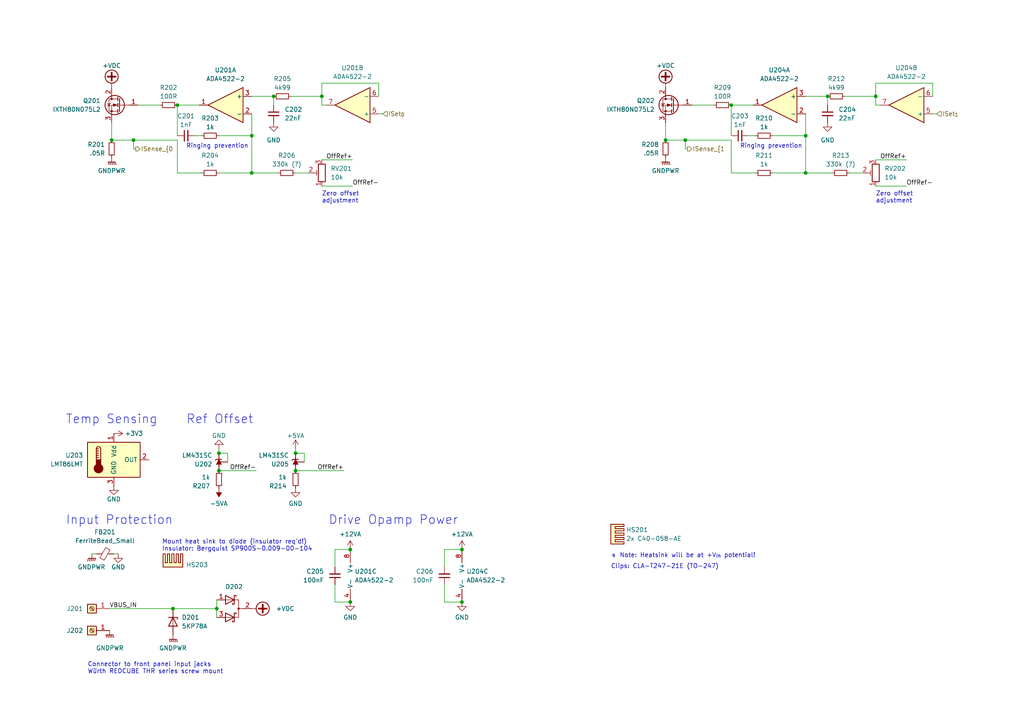
<source format=kicad_sch>
(kicad_sch (version 20211123) (generator eeschema)
  (paper "A4")
  (title_block (title "300W Analog Load Board") (rev "1"))
  (lib_symbols
    (symbol "Connector:Screw_Terminal_01x01" (pin_names (offset 1.016) hide)
      (property "Reference" "J" (at 0 2.54 0))
      (property "Value" "Screw_Terminal_01x01" (at 0 -2.54 0))
      (symbol "Screw_Terminal_01x01_1_1"
        (rectangle (start -1.27 1.27) (end 1.27 -1.27) (stroke (width 0.254)) (fill (type background)))
        (polyline (pts (xy -0.5334 0.3302) (xy 0.3302 -0.508)) (stroke (width 0.1524)))
        (polyline (pts (xy -0.3556 0.508) (xy 0.508 -0.3302)) (stroke (width 0.1524)))
        (circle (center 0 0) (radius 0.635) (stroke (width 0.1524)))
        (pin passive line (at -5.08 0 0) (length 3.81) (name "Pin_1") (number "1"))
      )
    )
    (symbol "Device:C_Small" (pin_numbers hide) (pin_names (offset 0.254) hide)
      (property "Reference" "C" (at 0.254 1.778 0))
      (property "Value" "C_Small" (at 0.254 -2.032 0))
      (symbol "C_Small_0_1"
        (polyline (pts (xy -1.524 -0.508) (xy 1.524 -0.508)) (stroke (width 0.3302)))
        (polyline (pts (xy -1.524 0.508) (xy 1.524 0.508)) (stroke (width 0.3048)))
      )
      (symbol "C_Small_1_1"
        (pin passive line (at 0 2.54 270) (length 2.032) (name "~") (number "1"))
        (pin passive line (at 0 -2.54 90) (length 2.032) (name "~") (number "2"))
      )
    )
    (symbol "Device:D_Schottky_Dual_CommonCathode_AKA_Parallel" (pin_names (offset 0.762) hide)
      (property "Reference" "D" (at 0 5.08 0))
      (property "Value" "D_Schottky_Dual_CommonCathode_AKA_Parallel" (at 0 -5.08 0))
      (symbol "D_Schottky_Dual_CommonCathode_AKA_Parallel_0_1"
        (polyline (pts (xy 1.27 0) (xy 2.54 0)))
        (polyline (pts (xy -2.54 -2.54) (xy 1.27 -2.54) (xy 1.27 2.54) (xy -2.54 2.54)))
        (polyline (pts (xy -2.54 -1.27) (xy 0 -2.54) (xy -2.54 -3.81) (xy -2.54 -1.27) (xy -2.54 -1.27) (xy -2.54 -1.27)) (stroke (width 0.254)))
        (polyline (pts (xy -2.54 3.81) (xy 0 2.54) (xy -2.54 1.27) (xy -2.54 3.81) (xy -2.54 3.81) (xy -2.54 3.81)) (stroke (width 0.254)))
        (polyline (pts (xy 0.508 -1.524) (xy 0.508 -1.27) (xy 0 -1.27) (xy 0 -3.81) (xy -0.508 -3.81) (xy -0.508 -3.556)) (stroke (width 0.254)))
        (polyline (pts (xy 0.508 3.556) (xy 0.508 3.81) (xy 0 3.81) (xy 0 1.27) (xy -0.508 1.27) (xy -0.508 1.524)) (stroke (width 0.254)))
        (circle (center 1.27 0) (radius 0.254) (fill (type outline)))
        (pin passive line (at -5.08 2.54 0) (length 2.54) (name "K") (number "1"))
        (pin passive line (at 5.08 0 180) (length 2.54) (name "A") (number "2"))
        (pin passive line (at -5.08 -2.54 0) (length 2.54) (name "K") (number "3"))
      )
    )
    (symbol "Device:FerriteBead_Small" (pin_numbers hide) (pin_names (offset 0))
      (property "Reference" "FB" (at 1.905 1.27 0))
      (property "Value" "FerriteBead_Small" (at 1.905 -1.27 0))
      (symbol "FerriteBead_Small_0_1"
        (polyline (pts (xy 0 -1.27) (xy 0 -0.7874)))
        (polyline (pts (xy 0 0.889) (xy 0 1.2954)))
        (polyline (pts (xy -1.8288 0.2794) (xy -1.1176 1.4986) (xy 1.8288 -0.2032) (xy 1.1176 -1.4224) (xy -1.8288 0.2794)))
      )
      (symbol "FerriteBead_Small_1_1"
        (pin passive line (at 0 2.54 270) (length 1.27) (name "~") (number "1"))
        (pin passive line (at 0 -2.54 90) (length 1.27) (name "~") (number "2"))
      )
    )
    (symbol "Device:R_Potentiometer_Trim" (pin_names (offset 1.016) hide)
      (property "Reference" "RV" (at -4.445 0 90))
      (property "Value" "R_Potentiometer_Trim" (at -2.54 0 90))
      (symbol "R_Potentiometer_Trim_0_1"
        (polyline (pts (xy 1.524 0.762) (xy 1.524 -0.762)))
        (polyline (pts (xy 2.54 0) (xy 1.524 0)))
        (rectangle (start 1.016 2.54) (end -1.016 -2.54) (stroke (width 0.254)))
      )
      (symbol "R_Potentiometer_Trim_1_1"
        (pin passive line (at 0 3.81 270) (length 1.27) (name "1") (number "1"))
        (pin passive line (at 3.81 0 180) (length 1.27) (name "2") (number "2"))
        (pin passive line (at 0 -3.81 90) (length 1.27) (name "3") (number "3"))
      )
    )
    (symbol "Device:R_Small" (pin_numbers hide) (pin_names (offset 0.254) hide)
      (property "Reference" "R" (at 0.762 0.508 0))
      (property "Value" "R_Small" (at 0.762 -1.016 0))
      (symbol "R_Small_0_1"
        (rectangle (start -0.762 1.778) (end 0.762 -1.778) (stroke (width 0.2032)))
      )
      (symbol "R_Small_1_1"
        (pin passive line (at 0 2.54 270) (length 0.762) (name "~") (number "1"))
        (pin passive line (at 0 -2.54 90) (length 0.762) (name "~") (number "2"))
      )
    )
    (symbol "Diode:5KPxxA" (pin_numbers hide) (pin_names (offset 1.016) hide)
      (property "Reference" "D" (at 0 2.54 0))
      (property "Value" "5KPxxA" (at 0 -2.54 0))
      (symbol "5KPxxA_0_1"
        (polyline (pts (xy 1.27 0) (xy -1.27 0)))
        (polyline (pts (xy -0.762 1.27) (xy -1.27 1.27) (xy -1.27 -1.27)) (stroke (width 0.254)))
        (polyline (pts (xy 1.27 1.27) (xy 1.27 -1.27) (xy -1.27 0) (xy 1.27 1.27)) (stroke (width 0.254)))
      )
      (symbol "5KPxxA_1_1"
        (pin passive line (at -3.81 0 0) (length 2.54) (name "A1") (number "1"))
        (pin passive line (at 3.81 0 180) (length 2.54) (name "A2") (number "2"))
      )
    )
    (symbol "Mechanical:Heatsink" (pin_names (offset 1.016))
      (property "Reference" "HS" (at 0 5.08 0))
      (property "Value" "Heatsink" (at 0 -1.27 0))
      (symbol "Heatsink_0_1"
        (polyline (pts (xy -0.3302 1.27) (xy -0.9652 1.27) (xy -0.9652 3.81) (xy -1.6002 3.81) (xy -1.6002 1.27) (xy -2.2352 1.27) (xy -2.2352 3.81) (xy -2.8702 3.81) (xy -2.8702 0) (xy -0.9652 0)) (stroke (width 0.254)) (fill (type background)))
        (polyline (pts (xy -0.3302 1.27) (xy -0.3302 3.81) (xy 0.3048 3.81) (xy 0.3048 1.27) (xy 0.9398 1.27) (xy 0.9398 3.81) (xy 1.5748 3.81) (xy 1.5748 1.27) (xy 2.2098 1.27) (xy 2.2098 3.81) (xy 2.8448 3.81) (xy 2.8448 0) (xy -0.9652 0)) (stroke (width 0.254)) (fill (type background)))
      )
    )
    (symbol "Reference_Voltage:TL431DBZ" (pin_numbers hide) (pin_names hide)
      (property "Reference" "U" (at -2.54 2.54 0))
      (property "Value" "TL431DBZ" (at 0 -2.54 0))
      (symbol "TL431DBZ_0_1"
        (polyline (pts (xy -1.27 0) (xy 0 0) (xy 1.27 0)))
        (polyline (pts (xy -0.762 0.762) (xy 0.762 0) (xy -0.762 -0.762)) (fill (type outline)))
        (polyline (pts (xy 0.508 -1.016) (xy 0.762 -0.762) (xy 0.762 0.762) (xy 0.762 0.762)) (stroke (width 0.254)))
      )
      (symbol "TL431DBZ_1_1"
        (pin passive line (at 2.54 0 180) (length 2.54) (name "K") (number "1"))
        (pin passive line (at 0 2.54 270) (length 2.54) (name "REF") (number "2"))
        (pin passive line (at -2.54 0 0) (length 2.54) (name "A") (number "3"))
      )
    )
    (symbol "power:+12VA" (power) (pin_names (offset 0))
      (property "Value" "+12VA" (at 0 3.556 0))
      (symbol "+12VA_0_1"
        (polyline (pts (xy -0.762 1.27) (xy 0 2.54)))
        (polyline (pts (xy 0 0) (xy 0 2.54)))
        (polyline (pts (xy 0 2.54) (xy 0.762 1.27)))
      )
      (symbol "+12VA_1_1"
        (pin power_in line (at 0 0 90) (length 0) hide (name "+12VA") (number "1"))
      )
    )
    (symbol "power:+3V3" (power) (pin_names (offset 0))
      (property "Value" "+3V3" (at 0 3.556 0))
      (symbol "+3V3_0_1"
        (polyline (pts (xy -0.762 1.27) (xy 0 2.54)))
        (polyline (pts (xy 0 0) (xy 0 2.54)))
        (polyline (pts (xy 0 2.54) (xy 0.762 1.27)))
      )
      (symbol "+3V3_1_1"
        (pin power_in line (at 0 0 90) (length 0) hide (name "+3V3") (number "1"))
      )
    )
    (symbol "power:+5VA" (power) (pin_names (offset 0))
      (property "Value" "+5VA" (at 0 3.556 0))
      (symbol "+5VA_0_1"
        (polyline (pts (xy -0.762 1.27) (xy 0 2.54)))
        (polyline (pts (xy 0 0) (xy 0 2.54)))
        (polyline (pts (xy 0 2.54) (xy 0.762 1.27)))
      )
      (symbol "+5VA_1_1"
        (pin power_in line (at 0 0 90) (length 0) hide (name "+5VA") (number "1"))
      )
    )
    (symbol "power:+VDC" (power) (pin_names (offset 0))
      (property "Value" "+VDC" (at 0 6.35 0))
      (symbol "+VDC_0_1"
        (polyline (pts (xy -1.143 3.175) (xy 1.143 3.175)) (stroke (width 0.508)))
        (polyline (pts (xy 0 0) (xy 0 1.27)))
        (polyline (pts (xy 0 2.032) (xy 0 4.318)) (stroke (width 0.508)))
        (circle (center 0 3.175) (radius 1.905) (stroke (width 0.254)))
      )
      (symbol "+VDC_1_1"
        (pin power_in line (at 0 0 90) (length 0) hide (name "+VDC") (number "1"))
      )
    )
    (symbol "power:-5VA" (power) (pin_names (offset 0))
      (property "Value" "-5VA" (at 0 3.81 0))
      (symbol "-5VA_0_0"
        (pin power_in line (at 0 0 90) (length 0) hide (name "-5VA") (number "1"))
      )
      (symbol "-5VA_0_1"
        (polyline (pts (xy 0 0) (xy 0 1.27) (xy 0.762 1.27) (xy 0 2.54) (xy -0.762 1.27) (xy 0 1.27)) (fill (type outline)))
      )
    )
    (symbol "power:GND" (power) (pin_names (offset 0))
      (property "Value" "GND" (at 0 -3.81 0))
      (symbol "GND_0_1"
        (polyline (pts (xy 0 0) (xy 0 -1.27) (xy 1.27 -1.27) (xy 0 -2.54) (xy -1.27 -1.27) (xy 0 -1.27)))
      )
      (symbol "GND_1_1"
        (pin power_in line (at 0 0 270) (length 0) hide (name "GND") (number "1"))
      )
    )
    (symbol "power:GNDPWR" (power) (pin_names (offset 0))
      (property "Value" "GNDPWR" (at 0 -3.302 0))
      (symbol "GNDPWR_0_1"
        (polyline (pts (xy 0 -1.27) (xy 0 0)))
        (polyline (pts (xy -1.016 -1.27) (xy -1.27 -2.032) (xy -1.27 -2.032)) (stroke (width 0.2032)))
        (polyline (pts (xy -0.508 -1.27) (xy -0.762 -2.032) (xy -0.762 -2.032)) (stroke (width 0.2032)))
        (polyline (pts (xy 0 -1.27) (xy -0.254 -2.032) (xy -0.254 -2.032)) (stroke (width 0.2032)))
        (polyline (pts (xy 0.508 -1.27) (xy 0.254 -2.032) (xy 0.254 -2.032)) (stroke (width 0.2032)))
        (polyline (pts (xy 1.016 -1.27) (xy -1.016 -1.27) (xy -1.016 -1.27)) (stroke (width 0.2032)))
        (polyline (pts (xy 1.016 -1.27) (xy 0.762 -2.032) (xy 0.762 -2.032) (xy 0.762 -2.032)) (stroke (width 0.2032)))
      )
      (symbol "GNDPWR_1_1"
        (pin power_in line (at 0 0 270) (length 0) hide (name "GNDPWR") (number "1"))
      )
    )
    (symbol "programmable-load:ADA4522-2R" (pin_names (offset 0.127))
      (property "Reference" "U" (at 0 5.08 0))
      (property "Value" "ADA4522-2R" (at 0 -5.08 0))
      (symbol "ADA4522-2R_1_1"
        (polyline (pts (xy -5.08 5.08) (xy 5.08 0) (xy -5.08 -5.08) (xy -5.08 5.08)) (stroke (width 0.254)) (fill (type background)))
        (pin output line (at 7.62 0 180) (length 2.54) (name "~") (number "1"))
        (pin input line (at -7.62 -2.54 0) (length 2.54) (name "-") (number "2"))
        (pin input line (at -7.62 2.54 0) (length 2.54) (name "+") (number "3"))
      )
      (symbol "ADA4522-2R_2_1"
        (polyline (pts (xy -5.08 5.08) (xy 5.08 0) (xy -5.08 -5.08) (xy -5.08 5.08)) (stroke (width 0.254)) (fill (type background)))
        (pin input line (at -7.62 2.54 0) (length 2.54) (name "+") (number "5"))
        (pin input line (at -7.62 -2.54 0) (length 2.54) (name "-") (number "6"))
        (pin output line (at 7.62 0 180) (length 2.54) (name "~") (number "7"))
      )
      (symbol "ADA4522-2R_3_1"
        (pin power_in line (at -2.54 -7.62 90) (length 3.81) (name "V-") (number "4"))
        (pin power_in line (at -2.54 7.62 270) (length 3.81) (name "V+") (number "8"))
      )
    )
    (symbol "programmable-load:IXTH80N075L2" (pin_names (offset 0) hide)
      (property "Reference" "Q" (at 5.08 1.27 0))
      (property "Value" "IXTH80N075L2" (at 5.08 -1.27 0))
      (symbol "IXTH80N075L2_0_1"
        (polyline (pts (xy 0.254 0) (xy -2.54 0)))
        (polyline (pts (xy 0.254 1.905) (xy 0.254 -1.905)) (stroke (width 0.254)))
        (polyline (pts (xy 0.762 -1.27) (xy 0.762 -2.286)) (stroke (width 0.254)))
        (polyline (pts (xy 0.762 0.508) (xy 0.762 -0.508)) (stroke (width 0.254)))
        (polyline (pts (xy 0.762 2.286) (xy 0.762 1.27)) (stroke (width 0.254)))
        (polyline (pts (xy 2.54 2.54) (xy 2.54 1.778)))
        (polyline (pts (xy 2.54 -2.54) (xy 2.54 0) (xy 0.762 0)))
        (polyline (pts (xy 0.762 -1.778) (xy 3.302 -1.778) (xy 3.302 1.778) (xy 0.762 1.778)))
        (polyline (pts (xy 1.016 0) (xy 2.032 0.381) (xy 2.032 -0.381) (xy 1.016 0)) (fill (type outline)))
        (polyline (pts (xy 2.794 0.508) (xy 2.921 0.381) (xy 3.683 0.381) (xy 3.81 0.254)))
        (polyline (pts (xy 3.302 0.381) (xy 2.921 -0.254) (xy 3.683 -0.254) (xy 3.302 0.381)))
        (circle (center 1.651 0) (radius 2.794) (stroke (width 0.254)))
        (circle (center 2.54 -1.778) (radius 0.254) (fill (type outline)))
        (circle (center 2.54 1.778) (radius 0.254) (fill (type outline)))
      )
      (symbol "IXTH80N075L2_1_1"
        (pin input line (at -5.08 0 0) (length 2.54) (name "G") (number "1"))
        (pin passive line (at 2.54 5.08 270) (length 2.54) (name "D") (number "2"))
        (pin passive line (at 2.54 -5.08 90) (length 2.54) (name "S") (number "3"))
      )
    )
    (symbol "programmable-load:LMT86LPM" (pin_names (offset 0.762))
      (property "Reference" "U" (at -6.35 6.35 0))
      (property "Value" "LMT86LPM" (at 5.08 6.35 0))
      (symbol "LMT86LPM_0_1"
        (rectangle (start -7.62 5.08) (end 7.62 -5.08) (stroke (width 0.254)) (fill (type background)))
        (circle (center -4.445 -2.54) (radius 1.27) (stroke (width 0.254)) (fill (type outline)))
        (rectangle (start -3.81 -1.905) (end -5.08 0) (stroke (width 0.254)) (fill (type outline)))
        (arc (start -3.81 3.175) (mid -4.445 3.81) (end -5.08 3.175) (stroke (width 0.254)))
        (polyline (pts (xy -5.08 0.635) (xy -4.445 0.635)) (stroke (width 0.254)))
        (polyline (pts (xy -5.08 1.27) (xy -4.445 1.27)) (stroke (width 0.254)))
        (polyline (pts (xy -5.08 1.905) (xy -4.445 1.905)) (stroke (width 0.254)))
        (polyline (pts (xy -5.08 2.54) (xy -4.445 2.54)) (stroke (width 0.254)))
        (polyline (pts (xy -5.08 3.175) (xy -5.08 0)) (stroke (width 0.254)))
        (polyline (pts (xy -5.08 3.175) (xy -4.445 3.175)) (stroke (width 0.254)))
        (polyline (pts (xy -3.81 3.175) (xy -3.81 0)) (stroke (width 0.254)))
      )
      (symbol "LMT86LPM_1_1"
        (pin power_in line (at 0 7.62 270) (length 2.54) (name "Vdd") (number "1"))
        (pin output line (at 10.16 0 180) (length 2.54) (name "OUT") (number "2"))
        (pin power_in line (at 0 -7.62 90) (length 2.54) (name "GND") (number "3"))
      )
    )
  )
  (junction (at 79.375 27.94))
  (junction (at 38.735 40.64))
  (junction (at 133.985 159.385))
  (junction (at 85.725 136.525))
  (junction (at 101.6 159.385))
  (junction (at 240.03 27.94))
  (junction (at 51.435 30.48))
  (junction (at 133.985 174.625))
  (junction (at 93.345 27.94))
  (junction (at 62.865 176.53))
  (junction (at 101.6 174.625))
  (junction (at 254 27.94))
  (junction (at 73.025 39.37))
  (junction (at 63.5 136.525))
  (junction (at 73.025 50.165))
  (junction (at 198.755 40.64))
  (junction (at 63.5 131.445))
  (junction (at 233.68 39.37))
  (junction (at 32.385 40.64))
  (junction (at 212.09 30.48))
  (junction (at 233.68 50.165))
  (junction (at 50.165 176.53))
  (junction (at 193.04 40.64))
  (junction (at 85.725 131.445))
  (wire (pts (xy 93.345 53.975) (xy 102.235 53.975)))
  (wire (pts (xy 85.725 131.445) (xy 85.725 130.175)))
  (wire (pts (xy 217.17 39.37) (xy 219.075 39.37)))
  (wire (pts (xy 97.155 174.625) (xy 101.6 174.625)))
  (wire (pts (xy 79.375 27.94) (xy 79.375 30.48)))
  (wire (pts (xy 254 24.13) (xy 270.51 24.13)))
  (wire (pts (xy 93.345 30.48) (xy 93.345 27.94)))
  (wire (pts (xy 93.345 24.13) (xy 109.855 24.13)))
  (wire (pts (xy 109.855 27.94) (xy 109.855 24.13)))
  (wire (pts (xy 93.345 24.13) (xy 93.345 27.94)))
  (wire (pts (xy 31.75 176.53) (xy 50.165 176.53)))
  (wire (pts (xy 128.905 174.625) (xy 133.985 174.625)))
  (wire (pts (xy 233.68 39.37) (xy 233.68 33.02)))
  (wire (pts (xy 193.04 35.56) (xy 193.04 40.64)))
  (wire (pts (xy 26.67 160.655) (xy 27.94 160.655)))
  (wire (pts (xy 254 53.975) (xy 262.89 53.975)))
  (wire (pts (xy 50.165 176.53) (xy 62.865 176.53)))
  (wire (pts (xy 254 24.13) (xy 254 27.94)))
  (wire (pts (xy 270.51 33.02) (xy 271.78 33.02)))
  (wire (pts (xy 200.66 30.48) (xy 207.01 30.48)))
  (wire (pts (xy 233.68 50.165) (xy 241.3 50.165)))
  (wire (pts (xy 63.5 130.175) (xy 63.5 131.445)))
  (wire (pts (xy 128.905 164.465) (xy 128.905 159.385)))
  (wire (pts (xy 63.5 50.165) (xy 73.025 50.165)))
  (wire (pts (xy 93.345 30.48) (xy 94.615 30.48)))
  (wire (pts (xy 32.385 40.64) (xy 38.735 40.64)))
  (wire (pts (xy 254 27.94) (xy 245.11 27.94)))
  (wire (pts (xy 38.735 40.64) (xy 51.435 40.64)))
  (wire (pts (xy 63.5 136.525) (xy 74.295 136.525)))
  (wire (pts (xy 212.09 30.48) (xy 212.09 39.37)))
  (wire (pts (xy 199.39 43.18) (xy 198.755 43.18)))
  (wire (pts (xy 88.265 133.985) (xy 88.265 131.445)))
  (wire (pts (xy 109.855 33.02) (xy 111.125 33.02)))
  (wire (pts (xy 224.155 39.37) (xy 233.68 39.37)))
  (wire (pts (xy 66.04 131.445) (xy 66.04 133.985)))
  (wire (pts (xy 73.025 50.165) (xy 80.645 50.165)))
  (wire (pts (xy 254 46.355) (xy 262.89 46.355)))
  (wire (pts (xy 63.5 131.445) (xy 66.04 131.445)))
  (wire (pts (xy 128.905 169.545) (xy 128.905 174.625)))
  (wire (pts (xy 51.435 30.48) (xy 57.785 30.48)))
  (wire (pts (xy 246.38 50.165) (xy 250.19 50.165)))
  (wire (pts (xy 212.09 40.64) (xy 212.09 50.165)))
  (wire (pts (xy 128.905 159.385) (xy 133.985 159.385)))
  (wire (pts (xy 73.025 39.37) (xy 73.025 33.02)))
  (wire (pts (xy 254 30.48) (xy 254 27.94)))
  (wire (pts (xy 97.155 159.385) (xy 101.6 159.385)))
  (wire (pts (xy 97.155 164.465) (xy 97.155 159.385)))
  (wire (pts (xy 39.37 43.18) (xy 38.735 43.18)))
  (wire (pts (xy 93.345 46.355) (xy 102.235 46.355)))
  (wire (pts (xy 240.03 27.94) (xy 240.03 30.48)))
  (wire (pts (xy 33.02 160.655) (xy 34.29 160.655)))
  (wire (pts (xy 198.755 40.64) (xy 212.09 40.64)))
  (wire (pts (xy 270.51 27.94) (xy 270.51 24.13)))
  (wire (pts (xy 224.155 50.165) (xy 233.68 50.165)))
  (wire (pts (xy 73.025 27.94) (xy 79.375 27.94)))
  (wire (pts (xy 212.09 30.48) (xy 218.44 30.48)))
  (wire (pts (xy 233.68 27.94) (xy 240.03 27.94)))
  (wire (pts (xy 233.68 39.37) (xy 233.68 50.165)))
  (wire (pts (xy 62.865 176.53) (xy 62.865 173.99)))
  (wire (pts (xy 85.725 136.525) (xy 99.695 136.525)))
  (wire (pts (xy 51.435 40.64) (xy 51.435 50.165)))
  (wire (pts (xy 198.755 43.18) (xy 198.755 40.64)))
  (wire (pts (xy 62.865 176.53) (xy 62.865 179.07)))
  (wire (pts (xy 63.5 39.37) (xy 73.025 39.37)))
  (wire (pts (xy 73.025 39.37) (xy 73.025 50.165)))
  (wire (pts (xy 254 30.48) (xy 255.27 30.48)))
  (wire (pts (xy 32.385 35.56) (xy 32.385 40.64)))
  (wire (pts (xy 51.435 30.48) (xy 51.435 39.37)))
  (wire (pts (xy 93.345 27.94) (xy 84.455 27.94)))
  (wire (pts (xy 56.515 39.37) (xy 58.42 39.37)))
  (wire (pts (xy 85.725 131.445) (xy 88.265 131.445)))
  (wire (pts (xy 51.435 50.165) (xy 58.42 50.165)))
  (wire (pts (xy 40.005 30.48) (xy 46.355 30.48)))
  (wire (pts (xy 212.09 50.165) (xy 219.075 50.165)))
  (wire (pts (xy 97.155 169.545) (xy 97.155 174.625)))
  (wire (pts (xy 85.725 50.165) (xy 89.535 50.165)))
  (wire (pts (xy 193.04 40.64) (xy 198.755 40.64)))
  (wire (pts (xy 38.735 43.18) (xy 38.735 40.64)))
  (text "Temp Sensing" (at 19.05 123.19 0) (effects (font (size 2.54 2.54)) (justify left bottom)))
  (text "Drive Opamp Power" (at 95.25 152.4 0) (effects (font (size 2.54 2.54)) (justify left bottom)))
  (text "Ringing prevention" (at 53.975 43.18 0) (effects (font (size 1.27 1.27)) (justify left bottom)))
  (text "Ringing prevention" (at 214.63 43.18 0) (effects (font (size 1.27 1.27)) (justify left bottom)))
  (text "↯ Note: Heatsink will be at +V_{In} potential!" (at 177.165 161.925 0) (effects (font (size 1.27 1.27)) (justify left bottom)))
  (text "Connector to front panel input jacks\nWürth REDCUBE THR series screw mount" (at 25.4 195.58 0) (effects (font (size 1.27 1.27)) (justify left bottom)))
  (text "Zero offset\nadjustment" (at 93.345 59.055 0) (effects (font (size 1.27 1.27)) (justify left bottom)))
  (text "Mount heat sink to diode (insulator req'd!)\nInsulator: Bergquist SP900S-0.009-00-104" (at 46.99 160.02 0) (effects (font (size 1.27 1.27)) (justify left bottom)))
  (text "Zero offset\nadjustment" (at 254 59.055 0) (effects (font (size 1.27 1.27)) (justify left bottom)))
  (text "Input Protection" (at 19.05 152.4 0) (effects (font (size 2.54 2.54)) (justify left bottom)))
  (text "Clips: CLA-T247-21E (TO-247)" (at 177.165 165.1 0) (effects (font (size 1.27 1.27)) (justify left bottom)))
  (text "Ref Offset" (at 53.975 123.19 0) (effects (font (size 2.54 2.54)) (justify left bottom)))
  (label "OffRef-" (at 102.235 53.975 0))
  (label "OffRef+" (at 102.235 46.355 180))
  (label "VBUS_IN" (at 31.75 176.53 0))
  (label "OffRef+" (at 262.89 46.355 180))
  (label "OffRef-" (at 262.89 53.975 0))
  (label "OffRef+" (at 99.695 136.525 180))
  (label "OffRef-" (at 74.295 136.525 180))
  (hierarchical_label "ISet_{0}" (shape input) (at 111.125 33.02 0))
  (hierarchical_label "ISense_{0" (shape output) (at 39.37 43.18 0))
  (hierarchical_label "ISense_{1" (shape output) (at 199.39 43.18 0))
  (hierarchical_label "ISet_{1}" (shape input) (at 271.78 33.02 0))
  (symbol (lib_id "Device:R_Small") (at 60.96 39.37 90) (unit 1)
    (property "Reference" "R203" (at 60.96 34.29 90))
    (property "Value" "1k" (at 60.96 36.83 90))
    (property "Footprint" "Resistor_SMD:R_0805_2012Metric_Pad1.20x1.40mm_HandSolder" (effects hide))
    (property "MPN" "CR0805-JW-102ELF" (effects hide))
  )
  (symbol (lib_id "programmable-load:ADA4522-2R") (at 226.06 30.48 0) (mirror y) (unit 1)
    (property "Reference" "U204" (at 226.06 20.32 0))
    (property "Value" "ADA4522-2" (at 226.06 22.86 0))
    (property "Footprint" "Package_SO:SOIC-8_3.9x4.9mm_P1.27mm" (effects hide))
    (property "Datasheet" "https://www.mouser.com/datasheet/2/609/ADA4522_1_4522_2_4522_4-914641.pdf" (effects hide))
    (property "MPN" "ADA4522-2ARZ" (effects hide))
  )
  (symbol (lib_id "Device:R_Small") (at 221.615 50.165 270) (mirror x) (unit 1)
    (property "Reference" "R211" (at 221.615 45.085 90))
    (property "Value" "1k" (at 221.615 47.625 90))
    (property "Footprint" "Resistor_SMD:R_0805_2012Metric_Pad1.20x1.40mm_HandSolder" (effects hide))
    (property "MPN" "CR0805-JW-102ELF" (effects hide))
  )
  (symbol (lib_id "Device:R_Small") (at 209.55 30.48 90) (unit 1)
    (property "Reference" "R209" (at 209.55 25.4 90))
    (property "Value" "100R" (at 209.55 27.94 90))
    (property "Footprint" "Resistor_SMD:R_0805_2012Metric_Pad1.20x1.40mm_HandSolder" (effects hide))
    (property "MPN" "WR08X101-JTL" (effects hide))
  )
  (symbol (lib_id "power:GND") (at 34.29 160.655 0) (unit 1)
    (property "Reference" "#PWR0203" (effects hide))
    (property "Value" "GND" (at 34.29 164.465 0))
  )
  (symbol (lib_id "Device:R_Small") (at 221.615 39.37 90) (unit 1)
    (property "Reference" "R210" (at 221.615 34.29 90))
    (property "Value" "1k" (at 221.615 36.83 90))
    (property "Footprint" "Resistor_SMD:R_0805_2012Metric_Pad1.20x1.40mm_HandSolder" (effects hide))
    (property "MPN" "CR0805-JW-102ELF" (effects hide))
  )
  (symbol (lib_id "power:GND") (at 63.5 130.175 0) (mirror x) (unit 1)
    (property "Reference" "#PWR0207" (effects hide))
    (property "Value" "GND" (at 63.5 126.365 0))
  )
  (symbol (lib_id "Device:R_Small") (at 243.84 50.165 270) (mirror x) (unit 1)
    (property "Reference" "R213" (at 243.84 45.085 90))
    (property "Value" "330k (?)" (at 243.84 47.625 90))
    (property "Footprint" "Resistor_SMD:R_0805_2012Metric_Pad1.20x1.40mm_HandSolder" (effects hide))
    (property "MPN" "260-4.7M-RC" (effects hide))
  )
  (symbol (lib_id "power:+3V3") (at 33.02 125.73 270) (unit 1)
    (property "Reference" "#PWR0206" (effects hide))
    (property "Value" "+3V3" (at 36.195 125.73 90) (effects (justify left)))
  )
  (symbol (lib_id "power:GND") (at 240.03 35.56 0) (unit 1)
    (property "Reference" "#PWR0215" (effects hide))
    (property "Value" "GND" (at 240.03 40.64 0))
  )
  (symbol (lib_id "Connector:Screw_Terminal_01x01") (at 26.67 182.88 180) (unit 1)
    (property "Reference" "J202" (at 24.13 182.88 0) (effects (justify left)))
    (property "Value" "Würth 74651194R" (effects hide))
    (property "Footprint" "programmable-load:WE-74651194" (effects hide))
    (property "MPN" "74651194R" (effects hide))
  )
  (symbol (lib_id "power:+5VA") (at 85.725 130.175 0) (unit 1)
    (property "Reference" "#PWR0216" (effects hide))
    (property "Value" "+5VA" (at 85.725 126.365 0))
  )
  (symbol (lib_id "Device:C_Small") (at 79.375 33.02 0) (unit 1)
    (property "Reference" "C202" (at 82.55 31.7562 0) (effects (justify left)))
    (property "Value" "22nF" (at 82.55 34.2962 0) (effects (justify left)))
    (property "Footprint" "Capacitor_SMD:C_0805_2012Metric_Pad1.18x1.45mm_HandSolder" (effects hide))
    (property "MPN" "CL21B223KBANNNC" (effects hide))
  )
  (symbol (lib_id "power:+12VA") (at 101.6 159.385 0) (unit 1)
    (property "Reference" "#PWR0208" (effects hide))
    (property "Value" "+12VA" (at 101.6 154.94 0))
  )
  (symbol (lib_id "Device:R_Small") (at 32.385 43.18 0) (mirror y) (unit 1)
    (property "Reference" "R201" (at 30.48 41.9099 0) (effects (justify left)))
    (property "Value" ".05R" (at 30.48 44.4499 0) (effects (justify left)))
    (property "Footprint" "programmable-load:TO-247-2_Vertical" (effects hide))
  )
  (symbol (lib_id "Reference_Voltage:TL431DBZ") (at 85.725 133.985 270) (mirror x) (unit 1)
    (property "Reference" "U205" (at 83.82 134.62 90) (effects (justify right)))
    (property "Value" "LM431SC" (at 83.82 132.08 90) (effects (justify right)))
    (property "Footprint" "Package_TO_SOT_SMD:SOT-23" (effects hide))
    (property "Datasheet" "http://www.ti.com/lit/ds/symlink/tl431.pdf" (effects hide))
    (property "MPN" "LM431SCCMFX" (effects hide))
  )
  (symbol (lib_id "Device:C_Small") (at 214.63 39.37 90) (unit 1)
    (property "Reference" "C203" (at 214.63 33.655 90))
    (property "Value" "1nF" (at 214.63 36.195 90))
    (property "Footprint" "Capacitor_SMD:C_0805_2012Metric_Pad1.18x1.45mm_HandSolder" (effects hide))
  )
  (symbol (lib_id "Device:R_Small") (at 81.915 27.94 90) (unit 1)
    (property "Reference" "R205" (at 81.915 22.86 90))
    (property "Value" "4k99" (at 81.915 25.4 90))
    (property "Footprint" "Resistor_SMD:R_0805_2012Metric_Pad1.20x1.40mm_HandSolder" (effects hide))
    (property "MPN" "CR0805-FX-4991ELF" (effects hide))
  )
  (symbol (lib_id "Device:R_Small") (at 60.96 50.165 270) (mirror x) (unit 1)
    (property "Reference" "R204" (at 60.96 45.085 90))
    (property "Value" "1k" (at 60.96 47.625 90))
    (property "Footprint" "Resistor_SMD:R_0805_2012Metric_Pad1.20x1.40mm_HandSolder" (effects hide))
    (property "MPN" "CR0805-JW-102ELF" (effects hide))
  )
  (symbol (lib_id "programmable-load:ADA4522-2R") (at 262.89 30.48 180) (unit 2)
    (property "Reference" "U204" (at 262.89 19.685 0))
    (property "Value" "ADA4522-2" (at 262.89 22.225 0))
    (property "Footprint" "Package_SO:SOIC-8_3.9x4.9mm_P1.27mm" (effects hide))
    (property "Datasheet" "https://www.mouser.com/datasheet/2/609/ADA4522_1_4522_2_4522_4-914641.pdf" (effects hide))
    (property "MPN" "ADA4522-2ARZ" (effects hide))
  )
  (symbol (lib_id "power:GNDPWR") (at 31.75 182.88 0) (mirror y) (unit 1)
    (property "Reference" "#PWR0202" (effects hide))
    (property "Value" "GNDPWR" (at 31.877 187.96 0))
  )
  (symbol (lib_id "power:+VDC") (at 193.04 25.4 0) (unit 1)
    (property "Reference" "#PWR0213" (effects hide))
    (property "Value" "+VDC" (at 193.04 19.05 0))
  )
  (symbol (lib_id "Device:FerriteBead_Small") (at 30.48 160.655 90) (unit 1)
    (property "Reference" "FB201" (at 30.4419 154.305 90))
    (property "Value" "FerriteBead_Small" (at 30.4419 156.845 90))
    (property "Footprint" "Inductor_SMD:L_0805_2012Metric_Pad1.05x1.20mm_HandSolder" (effects hide))
    (property "MPN" "MFBM1V2012-800-R " (effects hide))
  )
  (symbol (lib_id "Mechanical:Heatsink") (at 177.165 154.94 270) (unit 1)
    (property "Reference" "HS201" (at 181.61 153.67 90) (effects (justify left)))
    (property "Value" "2x C40-058-AE" (at 181.61 156.21 90) (effects (justify left)))
    (property "Footprint" "programmable-load:C40-058-AE-DUAL" (effects hide))
    (property "MPN" "C40-058-AE" (effects hide))
  )
  (symbol (lib_id "power:GND") (at 33.02 140.97 0) (unit 1)
    (property "Reference" "#PWR0210" (effects hide))
    (property "Value" "GND" (at 33.02 144.78 0))
  )
  (symbol (lib_id "programmable-load:IXTH80N075L2") (at 34.925 30.48 0) (mirror y) (unit 1)
    (property "Reference" "Q201" (at 29.21 29.2099 0) (effects (justify left)))
    (property "Value" "IXTH80N075L2" (at 29.21 31.7499 0) (effects (justify left)))
    (property "Footprint" "Package_TO_SOT_THT:TO-247-3_Vertical" (effects hide))
    (property "Datasheet" "https://www.littelfuse.com/media?resourcetype=datasheets&itemid=88506b9c-8cbf-47b3-ba4a-fbdb5672fed3&filename=littelfuse-discrete-mosfets-n-channel-linear-ixt-80n075-datasheet" (effects hide))
  )
  (symbol (lib_id "power:GNDPWR") (at 50.165 184.15 0) (mirror y) (unit 1)
    (property "Reference" "#PWR0204" (effects hide))
    (property "Value" "GNDPWR" (at 50.165 187.96 0))
  )
  (symbol (lib_id "programmable-load:ADA4522-2R") (at 131.445 167.005 0) (mirror y) (unit 3)
    (property "Reference" "U204" (at 135.255 165.7349 0) (effects (justify right)))
    (property "Value" "ADA4522-2" (at 135.255 168.2749 0) (effects (justify right)))
    (property "Footprint" "Package_SO:SOIC-8_3.9x4.9mm_P1.27mm" (effects hide))
    (property "Datasheet" "https://www.mouser.com/datasheet/2/609/ADA4522_1_4522_2_4522_4-914641.pdf" (effects hide))
    (property "MPN" "ADA4522-2ARZ" (effects hide))
  )
  (symbol (lib_id "Device:R_Small") (at 242.57 27.94 90) (unit 1)
    (property "Reference" "R212" (at 242.57 22.86 90))
    (property "Value" "4k99" (at 242.57 25.4 90))
    (property "Footprint" "Resistor_SMD:R_0805_2012Metric_Pad1.20x1.40mm_HandSolder" (effects hide))
    (property "MPN" "CR0805-FX-4991ELF" (effects hide))
  )
  (symbol (lib_id "Device:C_Small") (at 128.905 167.005 0) (mirror x) (unit 1)
    (property "Reference" "C206" (at 125.73 165.7285 0) (effects (justify right)))
    (property "Value" "100nF" (at 125.73 168.2685 0) (effects (justify right)))
    (property "Footprint" "Capacitor_SMD:C_0805_2012Metric_Pad1.18x1.45mm_HandSolder" (effects hide))
  )
  (symbol (lib_id "Device:C_Small") (at 53.975 39.37 90) (unit 1)
    (property "Reference" "C201" (at 53.975 33.655 90))
    (property "Value" "1nF" (at 53.975 36.195 90))
    (property "Footprint" "Capacitor_SMD:C_0805_2012Metric_Pad1.18x1.45mm_HandSolder" (effects hide))
  )
  (symbol (lib_id "power:+12VA") (at 133.985 159.385 0) (unit 1)
    (property "Reference" "#PWR0211" (effects hide))
    (property "Value" "+12VA" (at 133.985 154.94 0))
  )
  (symbol (lib_id "power:GND") (at 79.375 35.56 0) (unit 1)
    (property "Reference" "#PWR0205" (effects hide))
    (property "Value" "GND" (at 79.375 40.64 0))
  )
  (symbol (lib_id "Device:R_Potentiometer_Trim") (at 93.345 50.165 180) (unit 1)
    (property "Reference" "RV201" (at 95.885 48.8949 0) (effects (justify right)))
    (property "Value" "10k" (at 95.885 51.4349 0) (effects (justify right)))
    (property "Footprint" "programmable-load:Potentiometer_Nidec_Copal_CT94EY" (effects hide))
    (property "MPN" "CT-94EY103" (effects hide))
  )
  (symbol (lib_id "Device:R_Potentiometer_Trim") (at 254 50.165 180) (unit 1)
    (property "Reference" "RV202" (at 256.54 48.8949 0) (effects (justify right)))
    (property "Value" "10k" (at 256.54 51.4349 0) (effects (justify right)))
    (property "Footprint" "programmable-load:Potentiometer_Nidec_Copal_CT94EY" (effects hide))
    (property "MPN" "CT-94EY103" (effects hide))
  )
  (symbol (lib_id "Device:R_Small") (at 193.04 43.18 0) (mirror y) (unit 1)
    (property "Reference" "R208" (at 191.135 41.9099 0) (effects (justify left)))
    (property "Value" ".05R" (at 191.135 44.4499 0) (effects (justify left)))
    (property "Footprint" "programmable-load:TO-247-2_Vertical" (effects hide))
  )
  (symbol (lib_id "Connector:Screw_Terminal_01x01") (at 26.67 176.53 180) (unit 1)
    (property "Reference" "J201" (at 24.13 176.53 0) (effects (justify left)))
    (property "Value" "Würth 74651194R" (effects hide))
    (property "Footprint" "programmable-load:WE-74651194" (effects hide))
    (property "MPN" "74651194R" (effects hide))
  )
  (symbol (lib_id "Device:R_Small") (at 48.895 30.48 90) (unit 1)
    (property "Reference" "R202" (at 48.895 25.4 90))
    (property "Value" "100R" (at 48.895 27.94 90))
    (property "Footprint" "Resistor_SMD:R_0805_2012Metric_Pad1.20x1.40mm_HandSolder" (effects hide))
    (property "MPN" "WR08X101-JTL" (effects hide))
  )
  (symbol (lib_id "programmable-load:ADA4522-2R") (at 65.405 30.48 0) (mirror y) (unit 1)
    (property "Reference" "U201" (at 65.405 20.32 0))
    (property "Value" "ADA4522-2" (at 65.405 22.86 0))
    (property "Footprint" "Package_SO:SOIC-8_3.9x4.9mm_P1.27mm" (effects hide))
    (property "Datasheet" "https://www.mouser.com/datasheet/2/609/ADA4522_1_4522_2_4522_4-914641.pdf" (effects hide))
    (property "MPN" "ADA4522-2ARZ" (effects hide))
  )
  (symbol (lib_id "programmable-load:IXTH80N075L2") (at 195.58 30.48 0) (mirror y) (unit 1)
    (property "Reference" "Q202" (at 189.865 29.2099 0) (effects (justify left)))
    (property "Value" "IXTH80N075L2" (at 189.865 31.7499 0) (effects (justify left)))
    (property "Footprint" "Package_TO_SOT_THT:TO-247-3_Vertical" (effects hide))
    (property "Datasheet" "https://www.littelfuse.com/media?resourcetype=datasheets&itemid=88506b9c-8cbf-47b3-ba4a-fbdb5672fed3&filename=littelfuse-discrete-mosfets-n-channel-linear-ixt-80n075-datasheet" (effects hide))
  )
  (symbol (lib_id "Device:C_Small") (at 240.03 33.02 0) (unit 1)
    (property "Reference" "C204" (at 243.205 31.7562 0) (effects (justify left)))
    (property "Value" "22nF" (at 243.205 34.2962 0) (effects (justify left)))
    (property "Footprint" "Capacitor_SMD:C_0805_2012Metric_Pad1.18x1.45mm_HandSolder" (effects hide))
    (property "MPN" "CL21B223KBANNNC" (effects hide))
  )
  (symbol (lib_id "power:+VDC") (at 73.025 176.53 270) (unit 1)
    (property "Reference" "#PWR0101" (effects hide))
    (property "Value" "+VDC" (at 80.01 176.5299 90) (effects (justify left)))
  )
  (symbol (lib_id "power:GNDPWR") (at 32.385 45.72 0) (mirror y) (unit 1)
    (property "Reference" "#PWR0102" (effects hide))
    (property "Value" "GNDPWR" (at 32.385 49.53 0))
  )
  (symbol (lib_id "power:-5VA") (at 63.5 141.605 180) (unit 1)
    (property "Reference" "#PWR0118" (effects hide))
    (property "Value" "-5VA" (at 63.5 146.05 0))
  )
  (symbol (lib_id "power:+VDC") (at 32.385 25.4 0) (unit 1)
    (property "Reference" "#PWR0103" (effects hide))
    (property "Value" "+VDC" (at 32.385 19.05 0))
  )
  (symbol (lib_id "Reference_Voltage:TL431DBZ") (at 63.5 133.985 270) (mirror x) (unit 1)
    (property "Reference" "U202" (at 61.595 134.62 90) (effects (justify right)))
    (property "Value" "LM431SC" (at 61.595 132.08 90) (effects (justify right)))
    (property "Footprint" "Package_TO_SOT_SMD:SOT-23" (effects hide))
    (property "Datasheet" "http://www.ti.com/lit/ds/symlink/tl431.pdf" (effects hide))
    (property "MPN" "LM431SCCMFX" (effects hide))
  )
  (symbol (lib_id "Device:R_Small") (at 85.725 139.065 0) (unit 1)
    (property "Reference" "R214" (at 83.185 140.97 0) (effects (justify right)))
    (property "Value" "1k" (at 83.185 138.43 0) (effects (justify right)))
    (property "Footprint" "Resistor_SMD:R_0805_2012Metric_Pad1.20x1.40mm_HandSolder" (effects hide))
    (property "MPN" "CR0805-JW-102ELF" (effects hide))
  )
  (symbol (lib_id "programmable-load:ADA4522-2R") (at 99.06 167.005 0) (mirror y) (unit 3)
    (property "Reference" "U201" (at 102.87 165.7349 0) (effects (justify right)))
    (property "Value" "ADA4522-2" (at 102.87 168.2749 0) (effects (justify right)))
    (property "Footprint" "Package_SO:SOIC-8_3.9x4.9mm_P1.27mm" (effects hide))
    (property "Datasheet" "https://www.mouser.com/datasheet/2/609/ADA4522_1_4522_2_4522_4-914641.pdf" (effects hide))
    (property "MPN" "ADA4522-2ARZ" (effects hide))
  )
  (symbol (lib_id "Mechanical:Heatsink") (at 50.165 164.465 0) (unit 1)
    (property "Reference" "HS203" (at 53.975 163.8299 0) (effects (justify left)))
    (property "Value" "WV-T247-101E" (effects hide))
    (property "Footprint" "programmable-load:Ohmite-WA-T247-101E-MFG" (effects hide))
    (property "MPN" "WV-T247-101E" (effects hide))
  )
  (symbol (lib_id "Device:D_Schottky_Dual_CommonCathode_AKA_Parallel") (at 67.945 176.53 0) (unit 1)
    (property "Reference" "D202" (at 67.8815 170.18 0))
    (property "Value" "DSA120C150QB" (effects hide))
    (property "Footprint" "Package_TO_SOT_THT:TO-247-3_Vertical" (effects hide))
    (property "MPN" "DSA120C150QB" (effects hide))
  )
  (symbol (lib_id "programmable-load:LMT86LPM") (at 33.02 133.35 0) (unit 1)
    (property "Reference" "U203" (at 24.13 132.0799 0) (effects (justify right)))
    (property "Value" "LMT86LMT" (at 24.13 134.6199 0) (effects (justify right)))
    (property "Footprint" "Package_TO_SOT_THT:TO-92_Inline_Wide" (effects hide))
    (property "Datasheet" "http://www.ti.com/lit/ds/symlink/lmt86-q1.pdf" (effects hide))
  )
  (symbol (lib_id "power:GNDPWR") (at 26.67 160.655 0) (unit 1)
    (property "Reference" "#PWR0201" (effects hide))
    (property "Value" "GNDPWR" (at 26.543 164.465 0))
  )
  (symbol (lib_id "Device:C_Small") (at 97.155 167.005 0) (mirror x) (unit 1)
    (property "Reference" "C205" (at 93.98 165.7285 0) (effects (justify right)))
    (property "Value" "100nF" (at 93.98 168.2685 0) (effects (justify right)))
    (property "Footprint" "Capacitor_SMD:C_0805_2012Metric_Pad1.18x1.45mm_HandSolder" (effects hide))
  )
  (symbol (lib_id "power:GND") (at 133.985 174.625 0) (unit 1)
    (property "Reference" "#PWR0212" (effects hide))
    (property "Value" "GND" (at 133.985 179.07 0))
  )
  (symbol (lib_id "Device:R_Small") (at 63.5 139.065 0) (unit 1)
    (property "Reference" "R207" (at 60.96 140.97 0) (effects (justify right)))
    (property "Value" "1k" (at 60.96 138.43 0) (effects (justify right)))
    (property "Footprint" "Resistor_SMD:R_0805_2012Metric_Pad1.20x1.40mm_HandSolder" (effects hide))
    (property "MPN" "CR0805-JW-102ELF" (effects hide))
  )
  (symbol (lib_id "programmable-load:ADA4522-2R") (at 102.235 30.48 180) (unit 2)
    (property "Reference" "U201" (at 102.235 19.685 0))
    (property "Value" "ADA4522-2" (at 102.235 22.225 0))
    (property "Footprint" "Package_SO:SOIC-8_3.9x4.9mm_P1.27mm" (effects hide))
    (property "Datasheet" "https://www.mouser.com/datasheet/2/609/ADA4522_1_4522_2_4522_4-914641.pdf" (effects hide))
    (property "MPN" "ADA4522-2ARZ" (effects hide))
  )
  (symbol (lib_id "power:GNDPWR") (at 193.04 45.72 0) (mirror y) (unit 1)
    (property "Reference" "#PWR0214" (effects hide))
    (property "Value" "GNDPWR" (at 193.04 49.53 0))
  )
  (symbol (lib_id "power:GND") (at 101.6 174.625 0) (unit 1)
    (property "Reference" "#PWR0209" (effects hide))
    (property "Value" "GND" (at 101.6 179.07 0))
  )
  (symbol (lib_id "Device:R_Small") (at 83.185 50.165 270) (mirror x) (unit 1)
    (property "Reference" "R206" (at 83.185 45.085 90))
    (property "Value" "330k (?)" (at 83.185 47.625 90))
    (property "Footprint" "Resistor_SMD:R_0805_2012Metric_Pad1.20x1.40mm_HandSolder" (effects hide))
    (property "MPN" "260-4.7M-RC" (effects hide))
  )
  (symbol (lib_id "power:GND") (at 85.725 141.605 0) (unit 1)
    (property "Reference" "#PWR0123" (effects hide))
    (property "Value" "GND" (at 85.725 146.05 0))
  )
  (symbol (lib_id "Diode:5KPxxA") (at 50.165 180.34 270) (unit 1)
    (property "Reference" "D201" (at 52.705 179.0699 90) (effects (justify left)))
    (property "Value" "5KP78A" (at 52.705 181.6099 90) (effects (justify left)))
    (property "Footprint" "Diode_THT:D_P600_R-6_P20.00mm_Horizontal" (effects hide))
    (property "Datasheet" "https://diotec.com/tl_files/diotec/files/pdf/datasheets/5kp65.pdf" (effects hide))
    (property "MPN" "5KP78A" (effects hide))
  )
)
</source>
